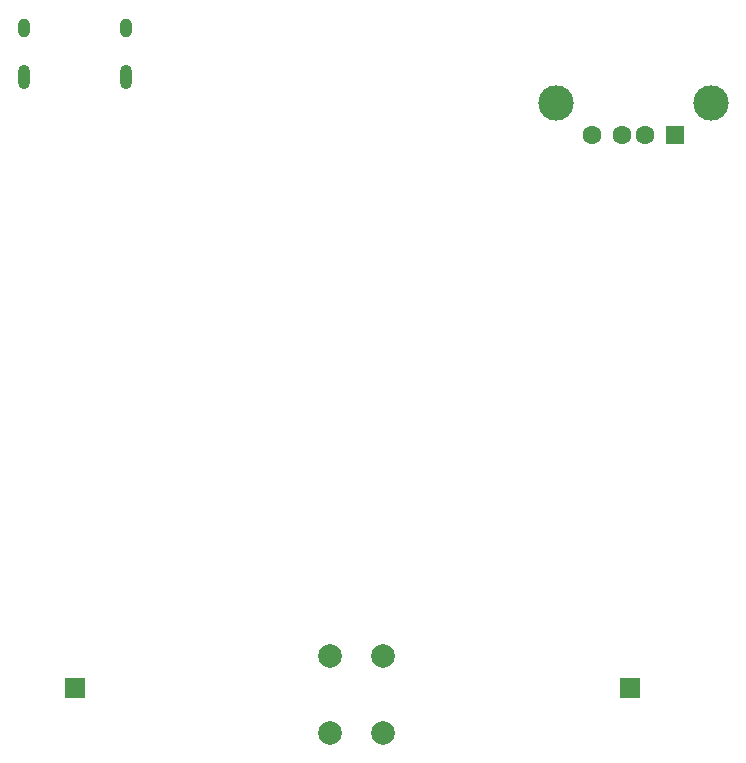
<source format=gbr>
%TF.GenerationSoftware,KiCad,Pcbnew,5.1.9*%
%TF.CreationDate,2021-06-15T13:05:46+08:00*%
%TF.ProjectId,Power-TEST,506f7765-722d-4544-9553-542e6b696361,rev?*%
%TF.SameCoordinates,Original*%
%TF.FileFunction,Copper,L2,Bot*%
%TF.FilePolarity,Positive*%
%FSLAX46Y46*%
G04 Gerber Fmt 4.6, Leading zero omitted, Abs format (unit mm)*
G04 Created by KiCad (PCBNEW 5.1.9) date 2021-06-15 13:05:46*
%MOMM*%
%LPD*%
G01*
G04 APERTURE LIST*
%TA.AperFunction,ComponentPad*%
%ADD10R,1.700000X1.700000*%
%TD*%
%TA.AperFunction,ComponentPad*%
%ADD11O,1.000000X1.600000*%
%TD*%
%TA.AperFunction,ComponentPad*%
%ADD12O,1.000000X2.100000*%
%TD*%
%TA.AperFunction,ComponentPad*%
%ADD13C,3.000000*%
%TD*%
%TA.AperFunction,ComponentPad*%
%ADD14R,1.600000X1.600000*%
%TD*%
%TA.AperFunction,ComponentPad*%
%ADD15C,1.600000*%
%TD*%
%TA.AperFunction,ComponentPad*%
%ADD16C,2.000000*%
%TD*%
G04 APERTURE END LIST*
D10*
%TO.P,J3,1*%
%TO.N,Net-(C3-Pad2)*%
X52070000Y-110490000D03*
%TD*%
%TO.P,J2,1*%
%TO.N,BATT+*%
X99060000Y-110490000D03*
%TD*%
D11*
%TO.P,J1,S1*%
%TO.N,GND*%
X47750000Y-54595000D03*
X56390000Y-54595000D03*
D12*
X56390000Y-58775000D03*
X47750000Y-58775000D03*
%TD*%
D13*
%TO.P,J4,5*%
%TO.N,GND*%
X92800000Y-60960000D03*
X105940000Y-60960000D03*
D14*
%TO.P,J4,1*%
%TO.N,Net-(C4-Pad2)*%
X102870000Y-63670000D03*
D15*
%TO.P,J4,2*%
%TO.N,Net-(J4-Pad2)*%
X100370000Y-63670000D03*
%TO.P,J4,3*%
%TO.N,Net-(J4-Pad3)*%
X98370000Y-63670000D03*
%TO.P,J4,4*%
%TO.N,GND*%
X95870000Y-63670000D03*
%TD*%
D16*
%TO.P,SW1,2*%
%TO.N,GND*%
X78160000Y-114300000D03*
%TO.P,SW1,1*%
%TO.N,Net-(R4-Pad1)*%
X73660000Y-114300000D03*
%TO.P,SW1,2*%
%TO.N,GND*%
X78160000Y-107800000D03*
%TO.P,SW1,1*%
%TO.N,Net-(R4-Pad1)*%
X73660000Y-107800000D03*
%TD*%
M02*

</source>
